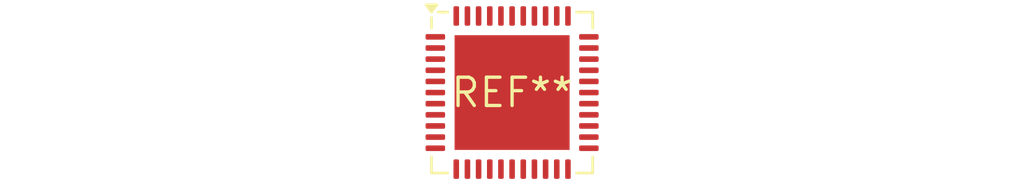
<source format=kicad_pcb>
(kicad_pcb (version 20240108) (generator pcbnew)
  (layers (0 "F.Cu" signal) (31 "B.Cu" signal) (34 "B.Paste" user) (35 "F.Paste" user) (36 "B.SilkS" user "B.Silkscreen") (37 "F.SilkS" user "F.Silkscreen") (38 "B.Mask" user) (39 "F.Mask" user) (44 "Edge.Cuts" user))
  (net 0 "")
  (footprint "QFN-44-1EP_7x7mm_P0.5mm_EP5.15x5.15mm" (layer "F.Cu") (at 0 0)
    (property "Reference" "REF**")
    (property "Value" "QFN-44-1EP_7x7mm_P0.5mm_EP5.15x5.15mm")
    (fp_line (start -3.61 -2.885) (end -3.61 -3.37) (layer "F.SilkS") (stroke (width 0.12)))
    (fp_line (start -3.61 3.61) (end -3.61 2.885) (layer "F.SilkS") (stroke (width 0.12)))
    (fp_line (start -2.885 -3.61) (end -3.31 -3.61) (layer "F.SilkS") (stroke (width 0.12)))
    (fp_line (start -2.885 3.61) (end -3.61 3.61) (layer "F.SilkS") (stroke (width 0.12)))
    (fp_line (start 2.885 -3.61) (end 3.61 -3.61) (layer "F.SilkS") (stroke (width 0.12)))
    (fp_line (start 2.885 3.61) (end 3.61 3.61) (layer "F.SilkS") (stroke (width 0.12)))
    (fp_line (start 3.61 -3.61) (end 3.61 -2.885) (layer "F.SilkS") (stroke (width 0.12)))
    (fp_line (start 3.61 3.61) (end 3.61 2.885) (layer "F.SilkS") (stroke (width 0.12)))
    (fp_poly (pts (xy -3.61 -3.61) (xy -3.85 -3.94) (xy -3.37 -3.94) (xy -3.61 -3.61)) (layer "F.SilkS") (stroke (width 0.12)) (fill solid))
    (pad "1" smd roundrect (at -3.4375 -2.5) (size 0.875 0.25) (layers "F.Cu" "F.Paste" "F.Mask"))
    (pad "2" smd roundrect (at -3.4375 -2) (size 0.875 0.25) (layers "F.Cu" "F.Paste" "F.Mask"))
    (pad "3" smd roundrect (at -3.4375 -1.5) (size 0.875 0.25) (layers "F.Cu" "F.Paste" "F.Mask"))
    (pad "4" smd roundrect (at -3.4375 -1) (size 0.875 0.25) (layers "F.Cu" "F.Paste" "F.Mask"))
    (pad "5" smd roundrect (at -3.4375 -0.5) (size 0.875 0.25) (layers "F.Cu" "F.Paste" "F.Mask"))
    (pad "6" smd roundrect (at -3.4375 0) (size 0.875 0.25) (layers "F.Cu" "F.Paste" "F.Mask"))
    (pad "7" smd roundrect (at -3.4375 0.5) (size 0.875 0.25) (layers "F.Cu" "F.Paste" "F.Mask"))
    (pad "8" smd roundrect (at -3.4375 1) (size 0.875 0.25) (layers "F.Cu" "F.Paste" "F.Mask"))
    (pad "9" smd roundrect (at -3.4375 1.5) (size 0.875 0.25) (layers "F.Cu" "F.Paste" "F.Mask"))
    (pad "10" smd roundrect (at -3.4375 2) (size 0.875 0.25) (layers "F.Cu" "F.Paste" "F.Mask"))
    (pad "11" smd roundrect (at -3.4375 2.5) (size 0.875 0.25) (layers "F.Cu" "F.Paste" "F.Mask"))
    (pad "12" smd roundrect (at -2.5 3.4375) (size 0.25 0.875) (layers "F.Cu" "F.Paste" "F.Mask"))
    (pad "13" smd roundrect (at -2 3.4375) (size 0.25 0.875) (layers "F.Cu" "F.Paste" "F.Mask"))
    (pad "14" smd roundrect (at -1.5 3.4375) (size 0.25 0.875) (layers "F.Cu" "F.Paste" "F.Mask"))
    (pad "15" smd roundrect (at -1 3.4375) (size 0.25 0.875) (layers "F.Cu" "F.Paste" "F.Mask"))
    (pad "16" smd roundrect (at -0.5 3.4375) (size 0.25 0.875) (layers "F.Cu" "F.Paste" "F.Mask"))
    (pad "17" smd roundrect (at 0 3.4375) (size 0.25 0.875) (layers "F.Cu" "F.Paste" "F.Mask"))
    (pad "18" smd roundrect (at 0.5 3.4375) (size 0.25 0.875) (layers "F.Cu" "F.Paste" "F.Mask"))
    (pad "19" smd roundrect (at 1 3.4375) (size 0.25 0.875) (layers "F.Cu" "F.Paste" "F.Mask"))
    (pad "20" smd roundrect (at 1.5 3.4375) (size 0.25 0.875) (layers "F.Cu" "F.Paste" "F.Mask"))
    (pad "21" smd roundrect (at 2 3.4375) (size 0.25 0.875) (layers "F.Cu" "F.Paste" "F.Mask"))
    (pad "22" smd roundrect (at 2.5 3.4375) (size 0.25 0.875) (layers "F.Cu" "F.Paste" "F.Mask"))
    (pad "23" smd roundrect (at 3.4375 2.5) (size 0.875 0.25) (layers "F.Cu" "F.Paste" "F.Mask"))
    (pad "24" smd roundrect (at 3.4375 2) (size 0.875 0.25) (layers "F.Cu" "F.Paste" "F.Mask"))
    (pad "25" smd roundrect (at 3.4375 1.5) (size 0.875 0.25) (layers "F.Cu" "F.Paste" "F.Mask"))
    (pad "26" smd roundrect (at 3.4375 1) (size 0.875 0.25) (layers "F.Cu" "F.Paste" "F.Mask"))
    (pad "27" smd roundrect (at 3.4375 0.5) (size 0.875 0.25) (layers "F.Cu" "F.Paste" "F.Mask"))
    (pad "28" smd roundrect (at 3.4375 0) (size 0.875 0.25) (layers "F.Cu" "F.Paste" "F.Mask"))
    (pad "29" smd roundrect (at 3.4375 -0.5) (size 0.875 0.25) (layers "F.Cu" "F.Paste" "F.Mask"))
    (pad "30" smd roundrect (at 3.4375 -1) (size 0.875 0.25) (layers "F.Cu" "F.Paste" "F.Mask"))
    (pad "31" smd roundrect (at 3.4375 -1.5) (size 0.875 0.25) (layers "F.Cu" "F.Paste" "F.Mask"))
    (pad "32" smd roundrect (at 3.4375 -2) (size 0.875 0.25) (layers "F.Cu" "F.Paste" "F.Mask"))
    (pad "33" smd roundrect (at 3.4375 -2.5) (size 0.875 0.25) (layers "F.Cu" "F.Paste" "F.Mask"))
    (pad "34" smd roundrect (at 2.5 -3.4375) (size 0.25 0.875) (layers "F.Cu" "F.Paste" "F.Mask"))
    (pad "35" smd roundrect (at 2 -3.4375) (size 0.25 0.875) (layers "F.Cu" "F.Paste" "F.Mask"))
    (pad "36" smd roundrect (at 1.5 -3.4375) (size 0.25 0.875) (layers "F.Cu" "F.Paste" "F.Mask"))
    (pad "37" smd roundrect (at 1 -3.4375) (size 0.25 0.875) (layers "F.Cu" "F.Paste" "F.Mask"))
    (pad "38" smd roundrect (at 0.5 -3.4375) (size 0.25 0.875) (layers "F.Cu" "F.Paste" "F.Mask"))
    (pad "39" smd roundrect (at 0 -3.4375) (size 0.25 0.875) (layers "F.Cu" "F.Paste" "F.Mask"))
    (pad "40" smd roundrect (at -0.5 -3.4375) (size 0.25 0.875) (layers "F.Cu" "F.Paste" "F.Mask"))
    (pad "41" smd roundrect (at -1 -3.4375) (size 0.25 0.875) (layers "F.Cu" "F.Paste" "F.Mask"))
    (pad "42" smd roundrect (at -1.5 -3.4375) (size 0.25 0.875) (layers "F.Cu" "F.Paste" "F.Mask"))
    (pad "43" smd roundrect (at -2 -3.4375) (size 0.25 0.875) (layers "F.Cu" "F.Paste" "F.Mask"))
    (pad "44" smd roundrect (at -2.5 -3.4375) (size 0.25 0.875) (layers "F.Cu" "F.Paste" "F.Mask"))
    (pad "45" smd rect (at 0 0) (size 5.15 5.15) (property pad_prop_heatsink) (layers "F.Cu" "F.Mask"))
  )
)
</source>
